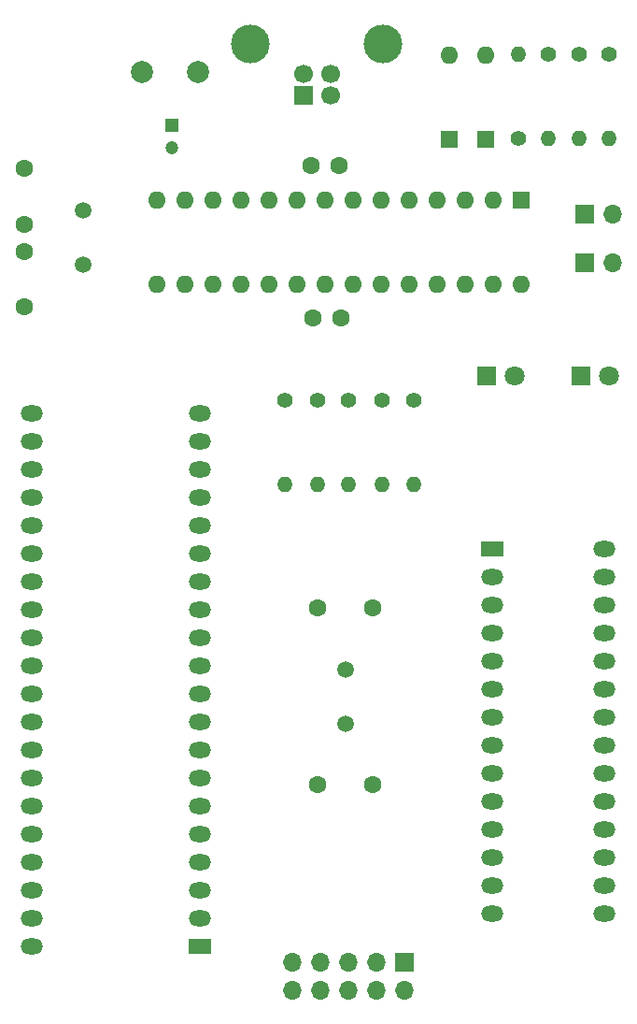
<source format=gbr>
%TF.GenerationSoftware,KiCad,Pcbnew,(5.1.9)-1*%
%TF.CreationDate,2021-05-05T00:19:16+02:00*%
%TF.ProjectId,flashpad,666c6173-6870-4616-942e-6b696361645f,rev?*%
%TF.SameCoordinates,Original*%
%TF.FileFunction,Soldermask,Top*%
%TF.FilePolarity,Negative*%
%FSLAX46Y46*%
G04 Gerber Fmt 4.6, Leading zero omitted, Abs format (unit mm)*
G04 Created by KiCad (PCBNEW (5.1.9)-1) date 2021-05-05 00:19:16*
%MOMM*%
%LPD*%
G01*
G04 APERTURE LIST*
%ADD10C,3.500000*%
%ADD11C,1.700000*%
%ADD12R,1.700000X1.700000*%
%ADD13O,2.000000X1.440000*%
%ADD14R,2.000000X1.440000*%
%ADD15C,1.500000*%
%ADD16O,1.600000X1.600000*%
%ADD17R,1.600000X1.600000*%
%ADD18O,1.400000X1.400000*%
%ADD19C,1.400000*%
%ADD20C,1.800000*%
%ADD21R,1.800000X1.800000*%
%ADD22O,1.700000X1.700000*%
%ADD23C,1.600000*%
%ADD24C,2.000000*%
%ADD25C,1.200000*%
%ADD26R,1.200000X1.200000*%
G04 APERTURE END LIST*
D10*
%TO.C,USB1*%
X132796800Y-60009200D03*
X120756800Y-60009200D03*
D11*
X125526800Y-62719200D03*
X128026800Y-62719200D03*
X128026800Y-64719200D03*
D12*
X125526800Y-64719200D03*
%TD*%
D13*
%TO.C,U3*%
X152806400Y-138734800D03*
X142646400Y-138734800D03*
X152806400Y-136194800D03*
X142646400Y-136194800D03*
X152806400Y-133654800D03*
X142646400Y-133654800D03*
X152806400Y-131114800D03*
X142646400Y-131114800D03*
X152806400Y-128574800D03*
X142646400Y-128574800D03*
X152806400Y-126034800D03*
X142646400Y-126034800D03*
X152806400Y-123494800D03*
X142646400Y-123494800D03*
X152806400Y-120954800D03*
X142646400Y-120954800D03*
X152806400Y-118414800D03*
X142646400Y-118414800D03*
X152806400Y-115874800D03*
X142646400Y-115874800D03*
X152806400Y-113334800D03*
X142646400Y-113334800D03*
X152806400Y-110794800D03*
X142646400Y-110794800D03*
X152806400Y-108254800D03*
X142646400Y-108254800D03*
X152806400Y-105714800D03*
D14*
X142646400Y-105714800D03*
%TD*%
D15*
%TO.C,X1*%
X105613200Y-75130000D03*
X105613200Y-80010000D03*
%TD*%
D16*
%TO.C,U1*%
X145288000Y-81788000D03*
X112268000Y-74168000D03*
X142748000Y-81788000D03*
X114808000Y-74168000D03*
X140208000Y-81788000D03*
X117348000Y-74168000D03*
X137668000Y-81788000D03*
X119888000Y-74168000D03*
X135128000Y-81788000D03*
X122428000Y-74168000D03*
X132588000Y-81788000D03*
X124968000Y-74168000D03*
X130048000Y-81788000D03*
X127508000Y-74168000D03*
X127508000Y-81788000D03*
X130048000Y-74168000D03*
X124968000Y-81788000D03*
X132588000Y-74168000D03*
X122428000Y-81788000D03*
X135128000Y-74168000D03*
X119888000Y-81788000D03*
X137668000Y-74168000D03*
X117348000Y-81788000D03*
X140208000Y-74168000D03*
X114808000Y-81788000D03*
X142748000Y-74168000D03*
X112268000Y-81788000D03*
D17*
X145288000Y-74168000D03*
%TD*%
D13*
%TO.C,U2*%
X100939600Y-93472000D03*
X116179600Y-93472000D03*
X100939600Y-96012000D03*
X116179600Y-96012000D03*
X100939600Y-98552000D03*
X116179600Y-98552000D03*
X100939600Y-101092000D03*
X116179600Y-101092000D03*
X100939600Y-103632000D03*
X116179600Y-103632000D03*
X100939600Y-106172000D03*
X116179600Y-106172000D03*
X100939600Y-108712000D03*
X116179600Y-108712000D03*
X100939600Y-111252000D03*
X116179600Y-111252000D03*
X100939600Y-113792000D03*
X116179600Y-113792000D03*
X100939600Y-116332000D03*
X116179600Y-116332000D03*
X100939600Y-118872000D03*
X116179600Y-118872000D03*
X100939600Y-121412000D03*
X116179600Y-121412000D03*
X100939600Y-123952000D03*
X116179600Y-123952000D03*
X100939600Y-126492000D03*
X116179600Y-126492000D03*
X100939600Y-129032000D03*
X116179600Y-129032000D03*
X100939600Y-131572000D03*
X116179600Y-131572000D03*
X100939600Y-134112000D03*
X116179600Y-134112000D03*
X100939600Y-136652000D03*
X116179600Y-136652000D03*
X100939600Y-139192000D03*
X116179600Y-139192000D03*
X100939600Y-141732000D03*
D14*
X116179600Y-141732000D03*
%TD*%
D18*
%TO.C,R10*%
X135585200Y-99872800D03*
D19*
X135585200Y-92252800D03*
%TD*%
D20*
%TO.C,ACT*%
X153263600Y-90119200D03*
D21*
X150723600Y-90119200D03*
%TD*%
D22*
%TO.C,AVR*%
X124561600Y-145694400D03*
X124561600Y-143154400D03*
X127101600Y-145694400D03*
X127101600Y-143154400D03*
X129641600Y-145694400D03*
X129641600Y-143154400D03*
X132181600Y-145694400D03*
X132181600Y-143154400D03*
X134721600Y-145694400D03*
D12*
X134721600Y-143154400D03*
%TD*%
D20*
%TO.C,PWR*%
X144729200Y-90119200D03*
D21*
X142189200Y-90119200D03*
%TD*%
D22*
%TO.C,JP2*%
X153568400Y-75438000D03*
D12*
X151028400Y-75438000D03*
%TD*%
D22*
%TO.C,JP1*%
X153619200Y-79857600D03*
D12*
X151079200Y-79857600D03*
%TD*%
D19*
%TO.C,R9*%
X132689600Y-92252800D03*
D18*
X132689600Y-99872800D03*
%TD*%
D19*
%TO.C,R4*%
X126796800Y-92252800D03*
D18*
X126796800Y-99872800D03*
%TD*%
D19*
%TO.C,R3*%
X129641600Y-92252800D03*
D18*
X129641600Y-99872800D03*
%TD*%
D19*
%TO.C,R2*%
X123901200Y-92252800D03*
D18*
X123901200Y-99872800D03*
%TD*%
D19*
%TO.C,R1*%
X153263600Y-60960000D03*
D18*
X153263600Y-68580000D03*
%TD*%
D23*
%TO.C,C9*%
X126441200Y-84836000D03*
X128941200Y-84836000D03*
%TD*%
%TO.C,C8*%
X128778000Y-71018400D03*
X126278000Y-71018400D03*
%TD*%
%TO.C,C2*%
X100228400Y-76323200D03*
X100228400Y-71323200D03*
%TD*%
%TO.C,C1*%
X100228400Y-78820000D03*
X100228400Y-83820000D03*
%TD*%
D15*
%TO.C,X2*%
X129387600Y-121567600D03*
X129387600Y-116687600D03*
%TD*%
D18*
%TO.C,R7*%
X147726400Y-68580000D03*
D19*
X147726400Y-60960000D03*
%TD*%
D18*
%TO.C,R6*%
X150520400Y-68580000D03*
D19*
X150520400Y-60960000D03*
%TD*%
D18*
%TO.C,R5*%
X145034000Y-60960000D03*
D19*
X145034000Y-68580000D03*
%TD*%
D24*
%TO.C,F1*%
X116027200Y-62544800D03*
X110947200Y-62534800D03*
%TD*%
D16*
%TO.C,D2*%
X142036800Y-61061600D03*
D17*
X142036800Y-68681600D03*
%TD*%
D16*
%TO.C,D1*%
X138785600Y-61061600D03*
D17*
X138785600Y-68681600D03*
%TD*%
D23*
%TO.C,C11*%
X131847600Y-127101600D03*
X126847600Y-127101600D03*
%TD*%
%TO.C,C10*%
X131847600Y-111099600D03*
X126847600Y-111099600D03*
%TD*%
D25*
%TO.C,C3*%
X113639600Y-69411600D03*
D26*
X113639600Y-67411600D03*
%TD*%
M02*

</source>
